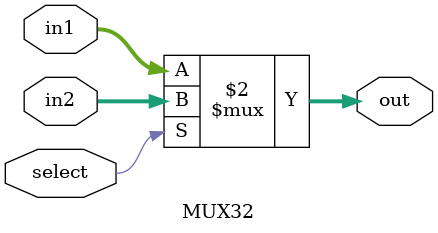
<source format=v>
module MUX32(
	input select,
	input [31:0] in1,
	input [31:0] in2,
 	output [31:0] out
 );
	
	assign out = (select == 1'b0) ? in1 : in2;

endmodule
</source>
